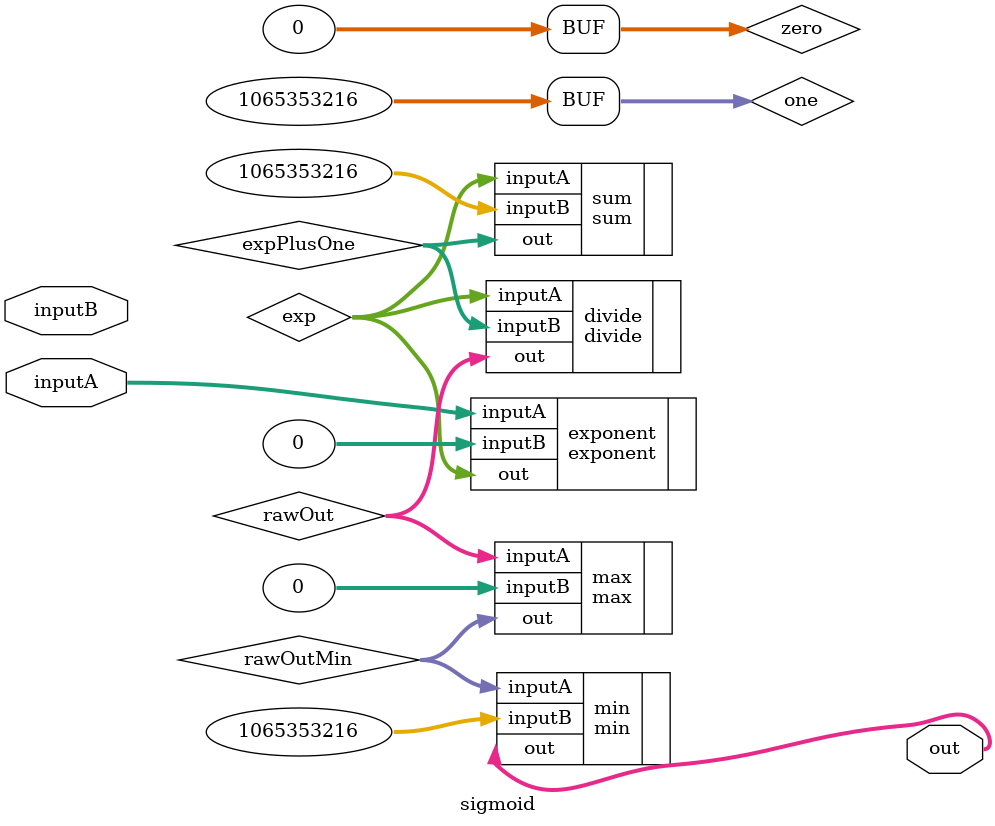
<source format=sv>
`timescale 1ns / 1ps

module sigmoid(
    input logic[31:0] inputA, inputB,
    output logic [31:0] out
    );
    logic [31:0] zero, one, exp, expPlusOne, rawOut, rawOutMin;
    assign zero = 32'b00000000000000000000000000000000;
    assign one = 32'b00111111100000000000000000000000;
    
    exponent exponent(.inputA(inputA), .inputB(zero), .out(exp));
    sum sum(.inputA(exp), .inputB(one), .out(expPlusOne));
    divide divide(.inputA(exp), .inputB(expPlusOne), .out(rawOut));
    max max(.inputA(rawOut), .inputB(zero), .out(rawOutMin));
    min min(.inputA(rawOutMin), .inputB(one), .out(out));
endmodule

</source>
